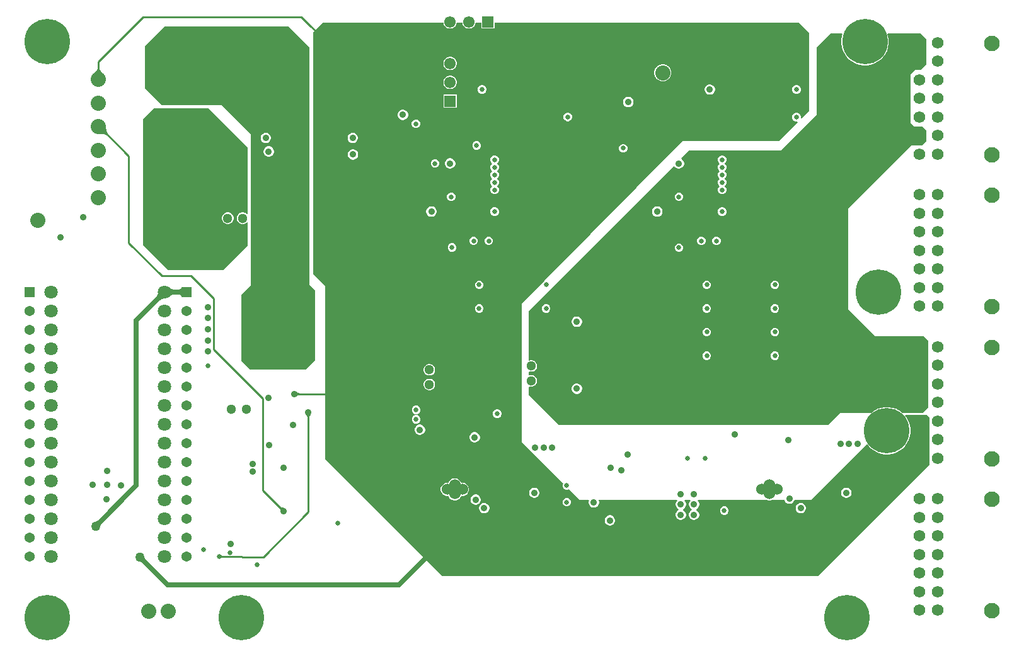
<source format=gbr>
%TF.GenerationSoftware,Altium Limited,Altium Designer,23.5.1 (21)*%
G04 Layer_Physical_Order=4*
G04 Layer_Color=16440176*
%FSLAX45Y45*%
%MOMM*%
%TF.SameCoordinates,1DABE7A7-8C02-4A6D-B465-D2BC1E63CDE6*%
%TF.FilePolarity,Positive*%
%TF.FileFunction,Copper,L4,Inr,Signal*%
%TF.Part,Single*%
G01*
G75*
%TA.AperFunction,Conductor*%
%ADD55C,0.25400*%
%ADD59C,0.63500*%
%TA.AperFunction,ComponentPad*%
%ADD62C,1.55000*%
%ADD63R,1.55000X1.55000*%
%ADD64R,1.55000X1.55000*%
%ADD65C,1.30000*%
%ADD66C,1.80000*%
%ADD68C,6.10000*%
%ADD69C,2.10000*%
%ADD70C,1.56000*%
%ADD71R,1.37000X1.37000*%
%ADD72C,1.37000*%
%ADD73C,9.50000*%
%ADD74C,2.03200*%
%TA.AperFunction,TestPad*%
%ADD75C,2.03200*%
%TA.AperFunction,ViaPad*%
%ADD76C,0.88900*%
%ADD77C,0.63500*%
%ADD78C,1.27000*%
%TA.AperFunction,ComponentPad*%
%ADD99C,1.52400*%
G36*
X17094200Y13639799D02*
Y12598400D01*
X16990858Y12495059D01*
X16981734Y12499725D01*
X16979515Y12501676D01*
Y12523595D01*
X16970815Y12544600D01*
X16954738Y12560676D01*
X16933733Y12569377D01*
X16910997D01*
X16889992Y12560676D01*
X16873915Y12544600D01*
X16865215Y12523595D01*
Y12500859D01*
X16873915Y12479854D01*
X16889992Y12463777D01*
X16910997Y12455077D01*
X16932916D01*
X16934866Y12452858D01*
X16939532Y12443733D01*
X16687801Y12192000D01*
X15391425D01*
X13537209Y10308810D01*
X13526077Y10304200D01*
X13510001Y10288123D01*
X13505035Y10276134D01*
X13233400Y10000254D01*
Y8140700D01*
X13787181Y7586919D01*
X13779001Y7567170D01*
Y7544434D01*
X13787701Y7523429D01*
X13803778Y7507353D01*
X13824783Y7498652D01*
X13847519D01*
X13867267Y7506832D01*
X14008099Y7366000D01*
X14127242D01*
X14130170Y7360928D01*
X14133092Y7353300D01*
X14128751Y7337096D01*
Y7318704D01*
X14133510Y7300939D01*
X14142706Y7285011D01*
X14155711Y7272006D01*
X14171638Y7262810D01*
X14189404Y7258050D01*
X14207796D01*
X14225562Y7262810D01*
X14241489Y7272006D01*
X14254494Y7285011D01*
X14263690Y7300939D01*
X14268449Y7318704D01*
Y7337096D01*
X14264108Y7353300D01*
X14267030Y7360928D01*
X14269958Y7366000D01*
X15313757D01*
X15319017Y7353300D01*
X15311105Y7345389D01*
X15301910Y7329461D01*
X15297150Y7311696D01*
Y7293304D01*
X15301910Y7275539D01*
X15311105Y7259611D01*
X15324110Y7246606D01*
X15336121Y7239673D01*
X15336775Y7237704D01*
Y7227596D01*
X15336121Y7225627D01*
X15324110Y7218694D01*
X15311105Y7205689D01*
X15301910Y7189761D01*
X15297150Y7171996D01*
Y7153604D01*
X15301910Y7135839D01*
X15311105Y7119911D01*
X15324110Y7106906D01*
X15340039Y7097710D01*
X15357803Y7092950D01*
X15376196D01*
X15393961Y7097710D01*
X15409889Y7106906D01*
X15422894Y7119911D01*
X15432091Y7135839D01*
X15436850Y7153604D01*
Y7171996D01*
X15432091Y7189761D01*
X15422894Y7205689D01*
X15409889Y7218694D01*
X15397881Y7225627D01*
X15397224Y7227596D01*
Y7237704D01*
X15397881Y7239673D01*
X15409889Y7246606D01*
X15422894Y7259611D01*
X15432091Y7275539D01*
X15436850Y7293304D01*
Y7311696D01*
X15432091Y7329461D01*
X15422894Y7345389D01*
X15414983Y7353300D01*
X15420242Y7366000D01*
X15491557D01*
X15496817Y7353300D01*
X15488905Y7345389D01*
X15479710Y7329461D01*
X15474950Y7311696D01*
Y7293304D01*
X15479710Y7275539D01*
X15488905Y7259611D01*
X15501910Y7246606D01*
X15513921Y7239673D01*
X15514575Y7237704D01*
Y7227596D01*
X15513921Y7225627D01*
X15501910Y7218694D01*
X15488905Y7205689D01*
X15479710Y7189761D01*
X15474950Y7171996D01*
Y7153604D01*
X15479710Y7135839D01*
X15488905Y7119911D01*
X15501910Y7106906D01*
X15517839Y7097710D01*
X15535603Y7092950D01*
X15553996D01*
X15571761Y7097710D01*
X15587689Y7106906D01*
X15600694Y7119911D01*
X15609891Y7135839D01*
X15614650Y7153604D01*
Y7171996D01*
X15609891Y7189761D01*
X15600694Y7205689D01*
X15587689Y7218694D01*
X15575681Y7225627D01*
X15575024Y7227596D01*
Y7237704D01*
X15575681Y7239673D01*
X15587689Y7246606D01*
X15600694Y7259611D01*
X15609891Y7275539D01*
X15614650Y7293304D01*
Y7311696D01*
X15609891Y7329461D01*
X15600694Y7345389D01*
X15592783Y7353300D01*
X15598042Y7366000D01*
X16521045D01*
X16526486Y7362859D01*
X16549097Y7356800D01*
X16572504D01*
X16595114Y7362859D01*
X16600555Y7366000D01*
X16758589D01*
X16762410Y7351739D01*
X16771606Y7335811D01*
X16784612Y7322806D01*
X16800539Y7313610D01*
X16818304Y7308850D01*
X16836696D01*
X16854462Y7313610D01*
X16870389Y7322806D01*
X16883394Y7335811D01*
X16892590Y7351739D01*
X16896411Y7366000D01*
X17119600D01*
X17863828Y8110228D01*
X17876489Y8109232D01*
X17893272Y8086132D01*
X17928632Y8050772D01*
X17969089Y8021379D01*
X18013644Y7998676D01*
X18061205Y7983223D01*
X18110596Y7975400D01*
X18160603D01*
X18209995Y7983223D01*
X18257555Y7998676D01*
X18302110Y8021379D01*
X18342567Y8050772D01*
X18377928Y8086132D01*
X18407321Y8126589D01*
X18430025Y8171145D01*
X18445477Y8218705D01*
X18453300Y8268096D01*
Y8318104D01*
X18445477Y8367495D01*
X18430025Y8415055D01*
X18407321Y8459611D01*
X18381027Y8495802D01*
X18386620Y8508502D01*
X18618201D01*
X18620702Y8509000D01*
X18669000D01*
X18707100Y8470900D01*
Y7835900D01*
X17208501Y6337300D01*
X12166600D01*
X10591800Y7912100D01*
X10591799Y10235797D01*
X10426700Y10400897D01*
Y13652499D01*
X10553700Y13779500D01*
X12178221D01*
X12184147Y13757384D01*
X12196022Y13736816D01*
X12212816Y13720023D01*
X12233384Y13708147D01*
X12256325Y13702000D01*
X12280075D01*
X12303016Y13708147D01*
X12323584Y13720023D01*
X12340378Y13736816D01*
X12352253Y13757384D01*
X12358179Y13779500D01*
X12432221D01*
X12438147Y13757384D01*
X12450022Y13736816D01*
X12466816Y13720023D01*
X12487384Y13708147D01*
X12510325Y13702000D01*
X12534075D01*
X12557016Y13708147D01*
X12577584Y13720023D01*
X12594378Y13736816D01*
X12606253Y13757384D01*
X12612179Y13779500D01*
X12686000D01*
Y13702000D01*
X12866400D01*
Y13779500D01*
X16954500D01*
X17094200Y13639799D01*
D02*
G37*
G36*
X7557084Y13172621D02*
X7558837Y13165472D01*
X7561758Y13157819D01*
X7565847Y13149657D01*
X7571105Y13140990D01*
X7577531Y13131816D01*
X7585126Y13122136D01*
X7603820Y13101256D01*
X7614920Y13090057D01*
X7472680D01*
X7483780Y13101256D01*
X7510069Y13131816D01*
X7516495Y13140990D01*
X7521753Y13149657D01*
X7525842Y13157819D01*
X7528763Y13165472D01*
X7530516Y13172621D01*
X7531100Y13179263D01*
X7556500D01*
X7557084Y13172621D01*
D02*
G37*
G36*
X7646568Y12374053D02*
X7652682Y12332573D01*
X7655276Y12321333D01*
X7658149Y12311387D01*
X7661300Y12302734D01*
X7664729Y12295375D01*
X7668437Y12289309D01*
X7672423Y12284538D01*
X7656069Y12264971D01*
X7650700Y12269481D01*
X7644252Y12273353D01*
X7636724Y12276589D01*
X7628116Y12279187D01*
X7618428Y12281148D01*
X7607660Y12282471D01*
X7595813Y12283158D01*
X7582886Y12283207D01*
X7553792Y12281393D01*
X7645087Y12390468D01*
X7646568Y12374053D01*
D02*
G37*
G36*
X17535785Y13639799D02*
X17543250Y13629526D01*
X17533623Y13599895D01*
X17525800Y13550504D01*
Y13500496D01*
X17533623Y13451105D01*
X17549075Y13403545D01*
X17571779Y13358989D01*
X17601172Y13318532D01*
X17636533Y13283173D01*
X17676990Y13253780D01*
X17721545Y13231076D01*
X17769106Y13215623D01*
X17818497Y13207800D01*
X17868504D01*
X17917896Y13215623D01*
X17965456Y13231076D01*
X18010011Y13253780D01*
X18050468Y13283173D01*
X18085828Y13318532D01*
X18115221Y13358989D01*
X18137924Y13403545D01*
X18153377Y13451105D01*
X18161200Y13500496D01*
Y13550504D01*
X18153377Y13599895D01*
X18143750Y13629526D01*
X18151215Y13639799D01*
X18592801Y13639799D01*
X18669000Y13563599D01*
Y13220700D01*
X18592799Y13144501D01*
X18516600D01*
X18453101Y13081000D01*
Y12433300D01*
X18503900Y12382500D01*
X18618201D01*
X18669000Y12331700D01*
Y12192000D01*
X18605499Y12128500D01*
X18465800D01*
X17614903Y11277603D01*
X17614899Y9931405D01*
X17983205Y9563100D01*
X18630901D01*
X18694400Y9499600D01*
Y8610600D01*
X18618201Y8534400D01*
X18343596D01*
X18342567Y8535428D01*
X18302110Y8564821D01*
X18257555Y8587524D01*
X18209995Y8602977D01*
X18160603Y8610800D01*
X18110596D01*
X18061205Y8602977D01*
X18013644Y8587524D01*
X17969089Y8564821D01*
X17928632Y8535428D01*
X17927605Y8534400D01*
X17513300D01*
X17348199Y8369300D01*
X13728700D01*
X13322301Y8775699D01*
Y8881086D01*
X13335001Y8889622D01*
X13347771Y8886200D01*
X13368230D01*
X13387991Y8891495D01*
X13405708Y8901724D01*
X13420175Y8916191D01*
X13430405Y8933909D01*
X13435699Y8953670D01*
Y8974129D01*
X13430405Y8993891D01*
X13420175Y9011609D01*
X13405708Y9026075D01*
X13387991Y9036305D01*
X13368230Y9041600D01*
X13347771D01*
X13335001Y9038178D01*
X13322301Y9046713D01*
Y9081086D01*
X13335001Y9089622D01*
X13347771Y9086200D01*
X13368230D01*
X13387991Y9091495D01*
X13405708Y9101724D01*
X13420175Y9116191D01*
X13430405Y9133909D01*
X13435699Y9153671D01*
Y9174129D01*
X13430405Y9193891D01*
X13420175Y9211609D01*
X13405708Y9226075D01*
X13387991Y9236305D01*
X13368230Y9241600D01*
X13347771D01*
X13335001Y9238178D01*
X13322301Y9246714D01*
X13322301Y9906000D01*
X15269145Y11852845D01*
X15281737Y11851187D01*
X15285706Y11844311D01*
X15298711Y11831306D01*
X15314639Y11822110D01*
X15332404Y11817350D01*
X15350797D01*
X15368561Y11822110D01*
X15384489Y11831306D01*
X15397495Y11844311D01*
X15406689Y11860239D01*
X15411450Y11878004D01*
Y11896396D01*
X15406689Y11914161D01*
X15397495Y11930089D01*
X15384489Y11943094D01*
X15377612Y11947064D01*
X15375955Y11959655D01*
X15481300Y12065000D01*
X16713200D01*
X17195799Y12547600D01*
Y13449300D01*
X17386301Y13639799D01*
X17535785D01*
D02*
G37*
G36*
X9550400Y12103101D02*
Y11208745D01*
X9537700Y11203484D01*
X9527609Y11213575D01*
X9509891Y11223805D01*
X9490129Y11229100D01*
X9469671D01*
X9449909Y11223805D01*
X9432191Y11213575D01*
X9417725Y11199109D01*
X9407495Y11181391D01*
X9402200Y11161629D01*
Y11141171D01*
X9407495Y11121409D01*
X9417725Y11103691D01*
X9432191Y11089224D01*
X9449909Y11078995D01*
X9469671Y11073700D01*
X9490129D01*
X9509891Y11078995D01*
X9527609Y11089224D01*
X9537700Y11099316D01*
X9550400Y11094055D01*
Y10782300D01*
X9220200Y10452100D01*
X8483600D01*
X8140700Y10795000D01*
Y12484100D01*
X8286750Y12630150D01*
X9023350D01*
X9550400Y12103101D01*
D02*
G37*
G36*
X8503326Y10217062D02*
X8509832Y10211750D01*
X8516593Y10207062D01*
X8523606Y10203000D01*
X8530873Y10199563D01*
X8538394Y10196750D01*
X8546169Y10194563D01*
X8554197Y10193000D01*
X8562478Y10192062D01*
X8571014Y10191750D01*
Y10128250D01*
X8562478Y10127938D01*
X8554197Y10127000D01*
X8546169Y10125437D01*
X8538394Y10123250D01*
X8530873Y10120437D01*
X8523606Y10117000D01*
X8516593Y10112938D01*
X8509832Y10108250D01*
X8503326Y10102938D01*
X8497073Y10097000D01*
Y10223000D01*
X8503326Y10217062D01*
D02*
G37*
G36*
X8657010Y10096500D02*
X8656372Y10102532D01*
X8654457Y10107930D01*
X8651267Y10112692D01*
X8646801Y10116820D01*
X8641058Y10120312D01*
X8634040Y10123170D01*
X8625745Y10125392D01*
X8616175Y10126980D01*
X8605328Y10127933D01*
X8593205Y10128250D01*
Y10191750D01*
X8605328Y10192068D01*
X8616175Y10193020D01*
X8625745Y10194607D01*
X8634040Y10196830D01*
X8641058Y10199688D01*
X8646801Y10203180D01*
X8651267Y10207308D01*
X8654457Y10212070D01*
X8656372Y10217467D01*
X8657010Y10223500D01*
Y10096500D01*
D02*
G37*
G36*
X8431900Y10070004D02*
X8423280Y10069781D01*
X8414923Y10068937D01*
X8406828Y10067472D01*
X8398996Y10065385D01*
X8391426Y10062677D01*
X8384120Y10059347D01*
X8377075Y10055397D01*
X8370294Y10050825D01*
X8363775Y10045632D01*
X8357519Y10039818D01*
X8312618Y10084719D01*
X8318432Y10090975D01*
X8323625Y10097494D01*
X8328197Y10104275D01*
X8332147Y10111320D01*
X8335477Y10118626D01*
X8338185Y10126196D01*
X8340272Y10134028D01*
X8341737Y10142123D01*
X8342581Y10150480D01*
X8342804Y10159100D01*
X8431900Y10070004D01*
D02*
G37*
G36*
X10375900Y13449300D02*
X10375900Y10261599D01*
X10452100Y10185400D01*
Y9245600D01*
X10325100Y9118600D01*
X9575800D01*
X9461500Y9232900D01*
Y10121900D01*
X9588500Y10248900D01*
Y12280900D01*
X9194800Y12674600D01*
X8394700D01*
X8166100Y12903200D01*
Y13462000D01*
X8432800Y13728700D01*
X10096500D01*
X10375900Y13449300D01*
D02*
G37*
G36*
X10208068Y8816016D02*
X10211721Y8812886D01*
X10215402Y8810123D01*
X10219112Y8807729D01*
X10222850Y8805704D01*
X10226616Y8804046D01*
X10230411Y8802757D01*
X10234235Y8801837D01*
X10238087Y8801284D01*
X10241967Y8801100D01*
Y8775700D01*
X10238087Y8775516D01*
X10234235Y8774963D01*
X10230411Y8774043D01*
X10226616Y8772754D01*
X10222850Y8771096D01*
X10219112Y8769071D01*
X10215402Y8766677D01*
X10211721Y8763914D01*
X10208068Y8760784D01*
X10204444Y8757285D01*
Y8819515D01*
X10208068Y8816016D01*
D02*
G37*
G36*
X10390816Y8505382D02*
X10387686Y8501729D01*
X10384923Y8498048D01*
X10382529Y8494338D01*
X10380504Y8490600D01*
X10378846Y8486834D01*
X10377557Y8483039D01*
X10376637Y8479215D01*
X10376084Y8475363D01*
X10375900Y8471483D01*
X10350500D01*
X10350316Y8475363D01*
X10349763Y8479215D01*
X10348843Y8483039D01*
X10347554Y8486834D01*
X10345896Y8490600D01*
X10343871Y8494338D01*
X10341477Y8498048D01*
X10338714Y8501729D01*
X10335584Y8505382D01*
X10332085Y8509006D01*
X10394315D01*
X10390816Y8505382D01*
D02*
G37*
G36*
X9995875Y7268946D02*
X9998989Y7266613D01*
X10002344Y7264560D01*
X10005939Y7262788D01*
X10009774Y7261297D01*
X10013850Y7260086D01*
X10018166Y7259155D01*
X10022722Y7258506D01*
X10027519Y7258136D01*
X10032555Y7258048D01*
X9988552Y7214044D01*
X9988464Y7219081D01*
X9988094Y7223878D01*
X9987445Y7228434D01*
X9986514Y7232750D01*
X9985303Y7236826D01*
X9983812Y7240661D01*
X9982040Y7244256D01*
X9979987Y7247611D01*
X9977654Y7250725D01*
X9975041Y7253599D01*
X9993001Y7271559D01*
X9995875Y7268946D01*
D02*
G37*
G36*
X7593977Y7053776D02*
X7589237Y7048856D01*
X7581264Y7039447D01*
X7578032Y7034957D01*
X7575303Y7030612D01*
X7573076Y7026409D01*
X7571352Y7022350D01*
X7570131Y7018435D01*
X7569413Y7014663D01*
X7569197Y7011035D01*
X7506335Y7073897D01*
X7509963Y7074113D01*
X7513735Y7074831D01*
X7517650Y7076052D01*
X7521709Y7077776D01*
X7525912Y7080003D01*
X7530257Y7082732D01*
X7534747Y7085964D01*
X7539380Y7089699D01*
X7549076Y7098677D01*
X7593977Y7053776D01*
D02*
G37*
G36*
X9197564Y6619172D02*
X9199255Y6617320D01*
X9201134Y6615687D01*
X9203201Y6614271D01*
X9205457Y6613073D01*
X9207901Y6612093D01*
X9210533Y6611330D01*
X9213353Y6610786D01*
X9216362Y6610459D01*
X9219558Y6610350D01*
X9213850Y6584950D01*
X9210716Y6584877D01*
X9204759Y6584296D01*
X9201935Y6583788D01*
X9199216Y6583135D01*
X9196600Y6582336D01*
X9194087Y6581392D01*
X9191678Y6580303D01*
X9189373Y6579069D01*
X9187171Y6577689D01*
X9196061Y6621241D01*
X9197564Y6619172D01*
D02*
G37*
G36*
X8166313Y6587037D02*
X8167031Y6583265D01*
X8168252Y6579350D01*
X8169976Y6575291D01*
X8172203Y6571088D01*
X8174932Y6566743D01*
X8178164Y6562253D01*
X8181899Y6557620D01*
X8190877Y6547924D01*
X8145976Y6503023D01*
X8141056Y6507763D01*
X8131647Y6515736D01*
X8127157Y6518968D01*
X8122812Y6521697D01*
X8118609Y6523924D01*
X8114550Y6525648D01*
X8110635Y6526869D01*
X8106863Y6527587D01*
X8103235Y6527803D01*
X8166097Y6590665D01*
X8166313Y6587037D01*
D02*
G37*
%LPC*%
G36*
X12280075Y13323599D02*
X12256325D01*
X12233384Y13317453D01*
X12212816Y13305579D01*
X12196022Y13288783D01*
X12184147Y13268216D01*
X12178000Y13245274D01*
Y13221526D01*
X12184147Y13198584D01*
X12196022Y13178017D01*
X12212816Y13161221D01*
X12233384Y13149347D01*
X12256325Y13143201D01*
X12280075D01*
X12303016Y13149347D01*
X12323584Y13161221D01*
X12340378Y13178017D01*
X12352253Y13198584D01*
X12358400Y13221526D01*
Y13245274D01*
X12352253Y13268216D01*
X12340378Y13288783D01*
X12323584Y13305579D01*
X12303016Y13317453D01*
X12280075Y13323599D01*
D02*
G37*
G36*
X15140749Y13220700D02*
X15110652D01*
X15081583Y13212910D01*
X15055518Y13197862D01*
X15034238Y13176582D01*
X15019189Y13150517D01*
X15011400Y13121448D01*
Y13091351D01*
X15019189Y13062282D01*
X15034238Y13036218D01*
X15055518Y13014937D01*
X15081583Y12999889D01*
X15110652Y12992101D01*
X15140749D01*
X15169818Y12999889D01*
X15195882Y13014937D01*
X15217163Y13036218D01*
X15232211Y13062282D01*
X15239999Y13091351D01*
Y13121448D01*
X15232211Y13150517D01*
X15217163Y13176582D01*
X15195882Y13197862D01*
X15169818Y13212910D01*
X15140749Y13220700D01*
D02*
G37*
G36*
X12280075Y13069600D02*
X12256325D01*
X12233384Y13063454D01*
X12212816Y13051578D01*
X12196022Y13034784D01*
X12184147Y13014217D01*
X12178000Y12991275D01*
Y12967525D01*
X12184147Y12944585D01*
X12196022Y12924016D01*
X12212816Y12907222D01*
X12233384Y12895348D01*
X12256325Y12889200D01*
X12280075D01*
X12303016Y12895348D01*
X12323584Y12907222D01*
X12340378Y12924016D01*
X12352253Y12944585D01*
X12358400Y12967525D01*
Y12991275D01*
X12352253Y13014217D01*
X12340378Y13034784D01*
X12323584Y13051578D01*
X12303016Y13063454D01*
X12280075Y13069600D01*
D02*
G37*
G36*
X12710228Y12939462D02*
X12687493D01*
X12666487Y12930763D01*
X12650411Y12914687D01*
X12641710Y12893681D01*
Y12870946D01*
X12650411Y12849940D01*
X12666487Y12833864D01*
X12687493Y12825163D01*
X12710228D01*
X12731233Y12833864D01*
X12747310Y12849940D01*
X12756010Y12870946D01*
Y12893681D01*
X12747310Y12914687D01*
X12731233Y12930763D01*
X12710228Y12939462D01*
D02*
G37*
G36*
X16933733Y12938855D02*
X16910997D01*
X16889992Y12930154D01*
X16873915Y12914078D01*
X16865215Y12893073D01*
Y12870337D01*
X16873915Y12849332D01*
X16889992Y12833257D01*
X16910997Y12824554D01*
X16933733D01*
X16954738Y12833257D01*
X16970815Y12849332D01*
X16979515Y12870337D01*
Y12893073D01*
X16970815Y12914078D01*
X16954738Y12930154D01*
X16933733Y12938855D01*
D02*
G37*
G36*
X15766057Y12951556D02*
X15747665D01*
X15729900Y12946796D01*
X15713972Y12937599D01*
X15700967Y12924594D01*
X15691771Y12908667D01*
X15687012Y12890901D01*
Y12872510D01*
X15691771Y12854744D01*
X15700967Y12838817D01*
X15713972Y12825812D01*
X15729900Y12816615D01*
X15747665Y12811856D01*
X15766057D01*
X15783823Y12816615D01*
X15799750Y12825812D01*
X15812755Y12838817D01*
X15821951Y12854744D01*
X15826711Y12872510D01*
Y12890901D01*
X15821951Y12908667D01*
X15812755Y12924594D01*
X15799750Y12937599D01*
X15783823Y12946796D01*
X15766057Y12951556D01*
D02*
G37*
G36*
X14670215Y12783950D02*
X14651823D01*
X14634058Y12779190D01*
X14618130Y12769994D01*
X14605125Y12756989D01*
X14595929Y12741061D01*
X14591170Y12723296D01*
Y12704904D01*
X14595929Y12687139D01*
X14605125Y12671211D01*
X14618130Y12658206D01*
X14634058Y12649010D01*
X14651823Y12644250D01*
X14670215D01*
X14687981Y12649010D01*
X14703908Y12658206D01*
X14716913Y12671211D01*
X14726109Y12687139D01*
X14730869Y12704904D01*
Y12723296D01*
X14726109Y12741061D01*
X14716913Y12756989D01*
X14703908Y12769994D01*
X14687981Y12779190D01*
X14670215Y12783950D01*
D02*
G37*
G36*
X12358400Y12815601D02*
X12178000D01*
Y12635200D01*
X12358400D01*
Y12815601D01*
D02*
G37*
G36*
X11642396Y12611100D02*
X11624004D01*
X11606239Y12606340D01*
X11590311Y12597144D01*
X11577306Y12584139D01*
X11568110Y12568211D01*
X11563350Y12550446D01*
Y12532054D01*
X11568110Y12514289D01*
X11577306Y12498361D01*
X11590311Y12485356D01*
X11606239Y12476160D01*
X11624004Y12471400D01*
X11642396D01*
X11660161Y12476160D01*
X11676089Y12485356D01*
X11689094Y12498361D01*
X11698290Y12514289D01*
X11703050Y12532054D01*
Y12550446D01*
X11698290Y12568211D01*
X11689094Y12584139D01*
X11676089Y12597144D01*
X11660161Y12606340D01*
X11642396Y12611100D01*
D02*
G37*
G36*
X13859857Y12570027D02*
X13837122D01*
X13816116Y12561327D01*
X13800040Y12545250D01*
X13791341Y12524245D01*
Y12501509D01*
X13800040Y12480504D01*
X13816116Y12464428D01*
X13837122Y12455727D01*
X13859857D01*
X13880862Y12464428D01*
X13896939Y12480504D01*
X13905640Y12501509D01*
Y12524245D01*
X13896939Y12545250D01*
X13880862Y12561327D01*
X13859857Y12570027D01*
D02*
G37*
G36*
X11821765Y12477750D02*
X11799030D01*
X11778025Y12469049D01*
X11761948Y12452973D01*
X11753248Y12431968D01*
Y12409232D01*
X11761948Y12388227D01*
X11778025Y12372151D01*
X11799030Y12363450D01*
X11821765D01*
X11842770Y12372151D01*
X11858847Y12388227D01*
X11867548Y12409232D01*
Y12431968D01*
X11858847Y12452973D01*
X11842770Y12469049D01*
X11821765Y12477750D01*
D02*
G37*
G36*
X10969296Y12299950D02*
X10950904D01*
X10933139Y12295190D01*
X10917211Y12285994D01*
X10904206Y12272989D01*
X10895010Y12257061D01*
X10890250Y12239296D01*
Y12220904D01*
X10895010Y12203139D01*
X10904206Y12187211D01*
X10917211Y12174206D01*
X10933139Y12165010D01*
X10950904Y12160250D01*
X10969296D01*
X10987061Y12165010D01*
X11002989Y12174206D01*
X11015994Y12187211D01*
X11025190Y12203139D01*
X11029950Y12220904D01*
Y12239296D01*
X11025190Y12257061D01*
X11015994Y12272989D01*
X11002989Y12285994D01*
X10987061Y12295190D01*
X10969296Y12299950D01*
D02*
G37*
G36*
X12635168Y12185650D02*
X12612432D01*
X12591427Y12176949D01*
X12575351Y12160873D01*
X12566650Y12139868D01*
Y12117132D01*
X12575351Y12096127D01*
X12591427Y12080051D01*
X12612432Y12071350D01*
X12635168D01*
X12656173Y12080051D01*
X12672249Y12096127D01*
X12680950Y12117132D01*
Y12139868D01*
X12672249Y12160873D01*
X12656173Y12176949D01*
X12635168Y12185650D01*
D02*
G37*
G36*
X14605669Y12149550D02*
X14582932D01*
X14561926Y12140849D01*
X14545851Y12124773D01*
X14537151Y12103768D01*
Y12081032D01*
X14545851Y12060027D01*
X14561926Y12043951D01*
X14582932Y12035250D01*
X14605669D01*
X14626672Y12043951D01*
X14642749Y12060027D01*
X14651450Y12081032D01*
Y12103768D01*
X14642749Y12124773D01*
X14626672Y12140849D01*
X14605669Y12149550D01*
D02*
G37*
G36*
X10972397Y12077700D02*
X10954006D01*
X10936240Y12072940D01*
X10920312Y12063744D01*
X10907307Y12050739D01*
X10898112Y12034811D01*
X10893351Y12017046D01*
Y11998654D01*
X10898112Y11980889D01*
X10907307Y11964961D01*
X10920312Y11951956D01*
X10936240Y11942760D01*
X10954006Y11938000D01*
X10972397D01*
X10990162Y11942760D01*
X11006090Y11951956D01*
X11019095Y11964961D01*
X11028291Y11980889D01*
X11033051Y11998654D01*
Y12017046D01*
X11028291Y12034811D01*
X11019095Y12050739D01*
X11006090Y12063744D01*
X10990162Y12072940D01*
X10972397Y12077700D01*
D02*
G37*
G36*
X12076368Y11944350D02*
X12053632D01*
X12032627Y11935649D01*
X12016551Y11919573D01*
X12007850Y11898568D01*
Y11875832D01*
X12016551Y11854827D01*
X12032627Y11838751D01*
X12053632Y11830050D01*
X12076368D01*
X12097373Y11838751D01*
X12113449Y11854827D01*
X12122150Y11875832D01*
Y11898568D01*
X12113449Y11919573D01*
X12097373Y11935649D01*
X12076368Y11944350D01*
D02*
G37*
G36*
X12277396Y11957050D02*
X12259004D01*
X12241239Y11952290D01*
X12225311Y11943094D01*
X12212306Y11930089D01*
X12203110Y11914161D01*
X12198350Y11896396D01*
Y11878004D01*
X12203110Y11860239D01*
X12212306Y11844311D01*
X12225311Y11831306D01*
X12241239Y11822110D01*
X12259004Y11817350D01*
X12277396D01*
X12295161Y11822110D01*
X12311089Y11831306D01*
X12324094Y11844311D01*
X12333290Y11860239D01*
X12338050Y11878004D01*
Y11896396D01*
X12333290Y11914161D01*
X12324094Y11930089D01*
X12311089Y11943094D01*
X12295161Y11952290D01*
X12277396Y11957050D01*
D02*
G37*
G36*
X12876468Y11995150D02*
X12853732D01*
X12832727Y11986449D01*
X12816650Y11970373D01*
X12807950Y11949368D01*
Y11926632D01*
X12816650Y11905627D01*
X12826781Y11895497D01*
X12831413Y11887200D01*
X12826781Y11878903D01*
X12816650Y11868773D01*
X12807950Y11847768D01*
Y11825032D01*
X12816650Y11804027D01*
X12826781Y11793897D01*
X12831413Y11785600D01*
X12826781Y11777303D01*
X12816650Y11767173D01*
X12807950Y11746168D01*
Y11723432D01*
X12816650Y11702427D01*
X12826781Y11692297D01*
X12831413Y11684000D01*
X12826781Y11675703D01*
X12816650Y11665573D01*
X12807950Y11644568D01*
Y11621832D01*
X12816650Y11600827D01*
X12826781Y11590697D01*
X12831413Y11582400D01*
X12826781Y11574103D01*
X12816650Y11563973D01*
X12807950Y11542968D01*
Y11520232D01*
X12816650Y11499227D01*
X12832727Y11483151D01*
X12853732Y11474450D01*
X12876468D01*
X12897473Y11483151D01*
X12913548Y11499227D01*
X12922250Y11520232D01*
Y11542968D01*
X12913548Y11563973D01*
X12903419Y11574103D01*
X12898785Y11582400D01*
X12903419Y11590697D01*
X12913548Y11600827D01*
X12922250Y11621832D01*
Y11644568D01*
X12913548Y11665573D01*
X12903419Y11675703D01*
X12898785Y11684000D01*
X12903419Y11692297D01*
X12913548Y11702427D01*
X12922250Y11723432D01*
Y11746168D01*
X12913548Y11767173D01*
X12903419Y11777303D01*
X12898785Y11785600D01*
X12903419Y11793897D01*
X12913548Y11804027D01*
X12922250Y11825032D01*
Y11847768D01*
X12913548Y11868773D01*
X12903419Y11878903D01*
X12898785Y11887200D01*
X12903419Y11895497D01*
X12913548Y11905627D01*
X12922250Y11926632D01*
Y11949368D01*
X12913548Y11970373D01*
X12897473Y11986449D01*
X12876468Y11995150D01*
D02*
G37*
G36*
X12295735Y11496543D02*
X12272999D01*
X12251994Y11487843D01*
X12235917Y11471766D01*
X12227217Y11450761D01*
Y11428025D01*
X12235917Y11407020D01*
X12251994Y11390944D01*
X12272999Y11382243D01*
X12295735D01*
X12316740Y11390944D01*
X12332816Y11407020D01*
X12341517Y11428025D01*
Y11450761D01*
X12332816Y11471766D01*
X12316740Y11487843D01*
X12295735Y11496543D01*
D02*
G37*
G36*
X12876468Y11296650D02*
X12853732D01*
X12832727Y11287949D01*
X12816650Y11271873D01*
X12807950Y11250868D01*
Y11228132D01*
X12816650Y11207127D01*
X12832727Y11191051D01*
X12853732Y11182350D01*
X12876468D01*
X12897473Y11191051D01*
X12913548Y11207127D01*
X12922250Y11228132D01*
Y11250868D01*
X12913548Y11271873D01*
X12897473Y11287949D01*
X12876468Y11296650D01*
D02*
G37*
G36*
X12026196Y11310388D02*
X12007804D01*
X11990039Y11305628D01*
X11974111Y11296432D01*
X11961106Y11283427D01*
X11951910Y11267499D01*
X11947150Y11249734D01*
Y11231343D01*
X11951910Y11213577D01*
X11961106Y11197649D01*
X11974111Y11184644D01*
X11990039Y11175449D01*
X12007804Y11170688D01*
X12026196D01*
X12043961Y11175449D01*
X12059889Y11184644D01*
X12072894Y11197649D01*
X12082090Y11213577D01*
X12086850Y11231343D01*
Y11249734D01*
X12082090Y11267499D01*
X12072894Y11283427D01*
X12059889Y11296432D01*
X12043961Y11305628D01*
X12026196Y11310388D01*
D02*
G37*
G36*
X12799168Y10903450D02*
X12776432D01*
X12755427Y10894750D01*
X12739350Y10878673D01*
X12730650Y10857668D01*
Y10834932D01*
X12739350Y10813927D01*
X12755427Y10797851D01*
X12776432Y10789150D01*
X12799168D01*
X12820174Y10797851D01*
X12836249Y10813927D01*
X12844949Y10834932D01*
Y10857668D01*
X12836249Y10878673D01*
X12820174Y10894750D01*
X12799168Y10903450D01*
D02*
G37*
G36*
X12595968D02*
X12573232D01*
X12552227Y10894750D01*
X12536150Y10878673D01*
X12527450Y10857668D01*
Y10834932D01*
X12536150Y10813927D01*
X12552227Y10797851D01*
X12573232Y10789150D01*
X12595968D01*
X12616973Y10797851D01*
X12633049Y10813927D01*
X12641750Y10834932D01*
Y10857668D01*
X12633049Y10878673D01*
X12616973Y10894750D01*
X12595968Y10903450D01*
D02*
G37*
G36*
X12304968Y10814050D02*
X12282232D01*
X12261227Y10805349D01*
X12245151Y10789273D01*
X12236450Y10768268D01*
Y10745532D01*
X12245151Y10724527D01*
X12261227Y10708451D01*
X12282232Y10699750D01*
X12304968D01*
X12325973Y10708451D01*
X12342049Y10724527D01*
X12350750Y10745532D01*
Y10768268D01*
X12342049Y10789273D01*
X12325973Y10805349D01*
X12304968Y10814050D01*
D02*
G37*
G36*
X12670268Y10312900D02*
X12647532D01*
X12626527Y10304200D01*
X12610450Y10288123D01*
X12601750Y10267118D01*
Y10244382D01*
X12610450Y10223377D01*
X12626527Y10207301D01*
X12647532Y10198600D01*
X12670268D01*
X12691273Y10207301D01*
X12707349Y10223377D01*
X12716050Y10244382D01*
Y10267118D01*
X12707349Y10288123D01*
X12691273Y10304200D01*
X12670268Y10312900D01*
D02*
G37*
G36*
Y9995400D02*
X12647532D01*
X12626527Y9986700D01*
X12610450Y9970623D01*
X12601750Y9949618D01*
Y9926882D01*
X12610450Y9905877D01*
X12626527Y9889801D01*
X12647532Y9881100D01*
X12670268D01*
X12691273Y9889801D01*
X12707349Y9905877D01*
X12716050Y9926882D01*
Y9949618D01*
X12707349Y9970623D01*
X12691273Y9986700D01*
X12670268Y9995400D01*
D02*
G37*
G36*
X11998229Y9191600D02*
X11977771D01*
X11958009Y9186304D01*
X11940291Y9176075D01*
X11925825Y9161609D01*
X11915595Y9143891D01*
X11910300Y9124129D01*
Y9103670D01*
X11915595Y9083909D01*
X11925825Y9066191D01*
X11940291Y9051724D01*
X11958009Y9041495D01*
X11977771Y9036200D01*
X11998229D01*
X12017991Y9041495D01*
X12035709Y9051724D01*
X12050176Y9066191D01*
X12060405Y9083909D01*
X12065700Y9103670D01*
Y9124129D01*
X12060405Y9143891D01*
X12050176Y9161609D01*
X12035709Y9176075D01*
X12017991Y9186304D01*
X11998229Y9191600D01*
D02*
G37*
G36*
Y8991600D02*
X11977771D01*
X11958009Y8986305D01*
X11940291Y8976075D01*
X11925825Y8961609D01*
X11915595Y8943891D01*
X11910300Y8924129D01*
Y8903671D01*
X11915595Y8883909D01*
X11925825Y8866191D01*
X11940291Y8851724D01*
X11958009Y8841495D01*
X11977771Y8836200D01*
X11998229D01*
X12017991Y8841495D01*
X12035709Y8851724D01*
X12050176Y8866191D01*
X12060405Y8883909D01*
X12065700Y8903671D01*
Y8924129D01*
X12060405Y8943891D01*
X12050176Y8961609D01*
X12035709Y8976075D01*
X12017991Y8986305D01*
X11998229Y8991600D01*
D02*
G37*
G36*
X11822368Y8629650D02*
X11799632D01*
X11778627Y8620949D01*
X11762551Y8604873D01*
X11753850Y8583868D01*
Y8561132D01*
X11762551Y8540127D01*
X11778627Y8524051D01*
X11799632Y8515350D01*
X11822368D01*
X11843373Y8524051D01*
X11859449Y8540127D01*
X11868150Y8561132D01*
Y8583868D01*
X11859449Y8604873D01*
X11843373Y8620949D01*
X11822368Y8629650D01*
D02*
G37*
G36*
X12913045Y8580107D02*
X12890309D01*
X12869304Y8571406D01*
X12853229Y8555330D01*
X12844527Y8534325D01*
Y8511589D01*
X12853229Y8490584D01*
X12869304Y8474507D01*
X12890309Y8465807D01*
X12913045D01*
X12934050Y8474507D01*
X12950127Y8490584D01*
X12958827Y8511589D01*
Y8534325D01*
X12950127Y8555330D01*
X12934050Y8571406D01*
X12913045Y8580107D01*
D02*
G37*
G36*
X11822368Y8502650D02*
X11799632D01*
X11778627Y8493949D01*
X11762551Y8477873D01*
X11753850Y8456868D01*
Y8434132D01*
X11762551Y8413127D01*
X11778627Y8397051D01*
X11799632Y8388350D01*
X11822368D01*
X11843373Y8397051D01*
X11859449Y8413127D01*
X11868150Y8434132D01*
Y8456868D01*
X11859449Y8477873D01*
X11843373Y8493949D01*
X11822368Y8502650D01*
D02*
G37*
G36*
X11870996Y8375650D02*
X11852604D01*
X11834839Y8370890D01*
X11818911Y8361694D01*
X11805906Y8348689D01*
X11796710Y8332761D01*
X11791950Y8314996D01*
Y8296604D01*
X11796710Y8278839D01*
X11805906Y8262911D01*
X11818911Y8249906D01*
X11834839Y8240710D01*
X11852604Y8235950D01*
X11870996D01*
X11888761Y8240710D01*
X11904689Y8249906D01*
X11917694Y8262911D01*
X11926890Y8278839D01*
X11931650Y8296604D01*
Y8314996D01*
X11926890Y8332761D01*
X11917694Y8348689D01*
X11904689Y8361694D01*
X11888761Y8370890D01*
X11870996Y8375650D01*
D02*
G37*
G36*
X12607596Y8274050D02*
X12589204D01*
X12571439Y8269290D01*
X12555511Y8260094D01*
X12542506Y8247089D01*
X12533310Y8231161D01*
X12528550Y8213396D01*
Y8195004D01*
X12533310Y8177239D01*
X12542506Y8161311D01*
X12555511Y8148306D01*
X12571439Y8139110D01*
X12589204Y8134350D01*
X12607596D01*
X12625361Y8139110D01*
X12641289Y8148306D01*
X12654294Y8161311D01*
X12663490Y8177239D01*
X12668250Y8195004D01*
Y8213396D01*
X12663490Y8231161D01*
X12654294Y8247089D01*
X12641289Y8260094D01*
X12625361Y8269290D01*
X12607596Y8274050D01*
D02*
G37*
G36*
X12343404Y7654600D02*
X12319996D01*
X12297386Y7648541D01*
X12277114Y7636838D01*
X12260562Y7620286D01*
X12248858Y7600014D01*
X12247140Y7593599D01*
X12243404Y7594600D01*
X12219996D01*
X12197386Y7588542D01*
X12177114Y7576838D01*
X12160562Y7560286D01*
X12148858Y7540014D01*
X12142800Y7517404D01*
Y7493996D01*
X12148858Y7471386D01*
X12160562Y7451114D01*
X12177114Y7434562D01*
X12197386Y7422858D01*
X12219996Y7416800D01*
X12243404D01*
X12247140Y7417801D01*
X12248858Y7411386D01*
X12260562Y7391114D01*
X12277114Y7374562D01*
X12297386Y7362859D01*
X12319996Y7356800D01*
X12343404D01*
X12366014Y7362859D01*
X12386286Y7374562D01*
X12402838Y7391114D01*
X12414542Y7411386D01*
X12416260Y7417801D01*
X12419996Y7416800D01*
X12443404D01*
X12466014Y7422858D01*
X12486286Y7434562D01*
X12502838Y7451114D01*
X12514542Y7471386D01*
X12520600Y7493996D01*
Y7517404D01*
X12514542Y7540014D01*
X12502838Y7560286D01*
X12486286Y7576838D01*
X12466014Y7588542D01*
X12443404Y7594600D01*
X12419996D01*
X12416260Y7593599D01*
X12414542Y7600014D01*
X12402838Y7620286D01*
X12386286Y7636838D01*
X12366014Y7648541D01*
X12343404Y7654600D01*
D02*
G37*
G36*
X17600021Y7527765D02*
X17581631D01*
X17563866Y7523005D01*
X17547937Y7513809D01*
X17534932Y7500804D01*
X17525737Y7484876D01*
X17520976Y7467111D01*
Y7448719D01*
X17525737Y7430954D01*
X17534932Y7415026D01*
X17547937Y7402021D01*
X17563866Y7392825D01*
X17581631Y7388065D01*
X17600021D01*
X17617787Y7392825D01*
X17633714Y7402021D01*
X17646719Y7415026D01*
X17655916Y7430954D01*
X17660677Y7448719D01*
Y7467111D01*
X17655916Y7484876D01*
X17646719Y7500804D01*
X17633714Y7513809D01*
X17617787Y7523005D01*
X17600021Y7527765D01*
D02*
G37*
G36*
X13407697D02*
X13389304D01*
X13371539Y7523005D01*
X13355611Y7513809D01*
X13342606Y7500804D01*
X13333411Y7484876D01*
X13328650Y7467111D01*
Y7448719D01*
X13333411Y7430954D01*
X13342606Y7415026D01*
X13355611Y7402021D01*
X13371539Y7392825D01*
X13389304Y7388065D01*
X13407697D01*
X13425461Y7392825D01*
X13441389Y7402021D01*
X13454395Y7415026D01*
X13463589Y7430954D01*
X13468350Y7448719D01*
Y7467111D01*
X13463589Y7484876D01*
X13454395Y7500804D01*
X13441389Y7513809D01*
X13425461Y7523005D01*
X13407697Y7527765D01*
D02*
G37*
G36*
X12620296Y7435850D02*
X12601904D01*
X12584139Y7431090D01*
X12568211Y7421894D01*
X12555206Y7408889D01*
X12546010Y7392961D01*
X12541250Y7375196D01*
Y7356804D01*
X12546010Y7339039D01*
X12555206Y7323111D01*
X12568211Y7310106D01*
X12584139Y7300910D01*
X12601904Y7296150D01*
X12620296D01*
X12638061Y7300910D01*
X12653989Y7310106D01*
X12666994Y7323111D01*
X12676190Y7339039D01*
X12680950Y7356804D01*
Y7375196D01*
X12676190Y7392961D01*
X12666994Y7408889D01*
X12653989Y7421894D01*
X12638061Y7431090D01*
X12620296Y7435850D01*
D02*
G37*
G36*
X13847519Y7388818D02*
X13824783D01*
X13803778Y7380117D01*
X13787701Y7364040D01*
X13779001Y7343035D01*
Y7320300D01*
X13787701Y7299295D01*
X13803778Y7283218D01*
X13824783Y7274518D01*
X13847519D01*
X13868524Y7283218D01*
X13884599Y7299295D01*
X13893301Y7320300D01*
Y7343035D01*
X13884599Y7364040D01*
X13868524Y7380117D01*
X13847519Y7388818D01*
D02*
G37*
G36*
X16989096Y7321550D02*
X16970705D01*
X16952939Y7316790D01*
X16937012Y7307594D01*
X16924007Y7294589D01*
X16914810Y7278661D01*
X16910049Y7260896D01*
Y7242504D01*
X16914810Y7224739D01*
X16924007Y7208811D01*
X16937012Y7195806D01*
X16952939Y7186610D01*
X16970705Y7181850D01*
X16989096D01*
X17006860Y7186610D01*
X17022789Y7195806D01*
X17035794Y7208811D01*
X17044991Y7224739D01*
X17049750Y7242504D01*
Y7260896D01*
X17044991Y7278661D01*
X17035794Y7294589D01*
X17022789Y7307594D01*
X17006860Y7316790D01*
X16989096Y7321550D01*
D02*
G37*
G36*
X12734596D02*
X12716204D01*
X12698439Y7316790D01*
X12682511Y7307594D01*
X12669506Y7294589D01*
X12660310Y7278661D01*
X12655550Y7260896D01*
Y7242504D01*
X12660310Y7224739D01*
X12669506Y7208811D01*
X12682511Y7195806D01*
X12698439Y7186610D01*
X12716204Y7181850D01*
X12734596D01*
X12752361Y7186610D01*
X12768289Y7195806D01*
X12781294Y7208811D01*
X12790490Y7224739D01*
X12795250Y7242504D01*
Y7260896D01*
X12790490Y7278661D01*
X12781294Y7294589D01*
X12768289Y7307594D01*
X12752361Y7316790D01*
X12734596Y7321550D01*
D02*
G37*
G36*
X15964047Y7277139D02*
X15941312D01*
X15920306Y7268438D01*
X15904231Y7252361D01*
X15895531Y7231356D01*
Y7208621D01*
X15904231Y7187616D01*
X15920306Y7171539D01*
X15941312Y7162839D01*
X15964047D01*
X15985052Y7171539D01*
X16001131Y7187616D01*
X16009830Y7208621D01*
Y7231356D01*
X16001131Y7252361D01*
X15985052Y7268438D01*
X15964047Y7277139D01*
D02*
G37*
G36*
X14423695Y7156450D02*
X14405304D01*
X14387540Y7151690D01*
X14371611Y7142494D01*
X14358606Y7129489D01*
X14349409Y7113561D01*
X14344650Y7095796D01*
Y7077404D01*
X14349409Y7059639D01*
X14358606Y7043711D01*
X14371611Y7030706D01*
X14387540Y7021510D01*
X14405304Y7016750D01*
X14423695D01*
X14441461Y7021510D01*
X14457388Y7030706D01*
X14470393Y7043711D01*
X14479590Y7059639D01*
X14484351Y7077404D01*
Y7095796D01*
X14479590Y7113561D01*
X14470393Y7129489D01*
X14457388Y7142494D01*
X14441461Y7151690D01*
X14423695Y7156450D01*
D02*
G37*
G36*
X15934468Y11995150D02*
X15911732D01*
X15890727Y11986449D01*
X15874651Y11970373D01*
X15865950Y11949368D01*
Y11926632D01*
X15874651Y11905627D01*
X15884781Y11895497D01*
X15889413Y11887200D01*
X15884781Y11878903D01*
X15874651Y11868773D01*
X15865950Y11847768D01*
Y11825032D01*
X15874651Y11804027D01*
X15884781Y11793897D01*
X15889413Y11785600D01*
X15884781Y11777303D01*
X15874651Y11767173D01*
X15865950Y11746168D01*
Y11723432D01*
X15874651Y11702427D01*
X15884781Y11692297D01*
X15889413Y11684000D01*
X15884781Y11675703D01*
X15874651Y11665573D01*
X15865950Y11644568D01*
Y11621832D01*
X15874651Y11600827D01*
X15884781Y11590697D01*
X15889413Y11582400D01*
X15884781Y11574103D01*
X15874651Y11563973D01*
X15865950Y11542968D01*
Y11520232D01*
X15874651Y11499227D01*
X15890727Y11483151D01*
X15911732Y11474450D01*
X15934468D01*
X15955473Y11483151D01*
X15971548Y11499227D01*
X15980251Y11520232D01*
Y11542968D01*
X15971548Y11563973D01*
X15961420Y11574103D01*
X15956786Y11582400D01*
X15961420Y11590697D01*
X15971548Y11600827D01*
X15980251Y11621832D01*
Y11644568D01*
X15971548Y11665573D01*
X15961420Y11675703D01*
X15956786Y11684000D01*
X15961420Y11692297D01*
X15971548Y11702427D01*
X15980251Y11723432D01*
Y11746168D01*
X15971548Y11767173D01*
X15961420Y11777303D01*
X15956786Y11785600D01*
X15961420Y11793897D01*
X15971548Y11804027D01*
X15980251Y11825032D01*
Y11847768D01*
X15971548Y11868773D01*
X15961420Y11878903D01*
X15956786Y11887200D01*
X15961420Y11895497D01*
X15971548Y11905627D01*
X15980251Y11926632D01*
Y11949368D01*
X15971548Y11970373D01*
X15955473Y11986449D01*
X15934468Y11995150D01*
D02*
G37*
G36*
X15353735Y11496543D02*
X15331000D01*
X15309995Y11487843D01*
X15293916Y11471766D01*
X15285217Y11450761D01*
Y11428025D01*
X15293916Y11407020D01*
X15309995Y11390944D01*
X15331000Y11382243D01*
X15353735D01*
X15374741Y11390944D01*
X15390816Y11407020D01*
X15399516Y11428025D01*
Y11450761D01*
X15390816Y11471766D01*
X15374741Y11487843D01*
X15353735Y11496543D01*
D02*
G37*
G36*
X15934468Y11296650D02*
X15911732D01*
X15890727Y11287949D01*
X15874651Y11271873D01*
X15865950Y11250868D01*
Y11228132D01*
X15874651Y11207127D01*
X15890727Y11191051D01*
X15911732Y11182350D01*
X15934468D01*
X15955473Y11191051D01*
X15971548Y11207127D01*
X15980251Y11228132D01*
Y11250868D01*
X15971548Y11271873D01*
X15955473Y11287949D01*
X15934468Y11296650D01*
D02*
G37*
G36*
X15060870Y11310388D02*
X15042479D01*
X15024713Y11305628D01*
X15008786Y11296432D01*
X14995781Y11283427D01*
X14986584Y11267499D01*
X14981824Y11249734D01*
Y11231343D01*
X14986584Y11213577D01*
X14995781Y11197649D01*
X15008786Y11184644D01*
X15024713Y11175449D01*
X15042479Y11170688D01*
X15060870D01*
X15078636Y11175449D01*
X15094563Y11184644D01*
X15107568Y11197649D01*
X15116763Y11213577D01*
X15121524Y11231343D01*
Y11249734D01*
X15116763Y11267499D01*
X15107568Y11283427D01*
X15094563Y11296432D01*
X15078636Y11305628D01*
X15060870Y11310388D01*
D02*
G37*
G36*
X15857169Y10903450D02*
X15834431D01*
X15813428Y10894750D01*
X15797350Y10878673D01*
X15788651Y10857668D01*
Y10834932D01*
X15797350Y10813927D01*
X15813428Y10797851D01*
X15834431Y10789150D01*
X15857169D01*
X15878172Y10797851D01*
X15894249Y10813927D01*
X15902950Y10834932D01*
Y10857668D01*
X15894249Y10878673D01*
X15878172Y10894750D01*
X15857169Y10903450D01*
D02*
G37*
G36*
X15653967D02*
X15631232D01*
X15610226Y10894750D01*
X15594150Y10878673D01*
X15585451Y10857668D01*
Y10834932D01*
X15594150Y10813927D01*
X15610226Y10797851D01*
X15631232Y10789150D01*
X15653967D01*
X15674973Y10797851D01*
X15691049Y10813927D01*
X15699750Y10834932D01*
Y10857668D01*
X15691049Y10878673D01*
X15674973Y10894750D01*
X15653967Y10903450D01*
D02*
G37*
G36*
X15354567Y10811826D02*
X15331831D01*
X15310828Y10803125D01*
X15294749Y10787049D01*
X15286050Y10766044D01*
Y10743308D01*
X15294749Y10722303D01*
X15310828Y10706226D01*
X15331831Y10697526D01*
X15354567D01*
X15375574Y10706226D01*
X15391649Y10722303D01*
X15400349Y10743308D01*
Y10766044D01*
X15391649Y10787049D01*
X15375574Y10803125D01*
X15354567Y10811826D01*
D02*
G37*
G36*
X16643694Y10312900D02*
X16620958D01*
X16599953Y10304200D01*
X16583876Y10288123D01*
X16575175Y10267118D01*
Y10244382D01*
X16583876Y10223377D01*
X16599953Y10207301D01*
X16620958Y10198600D01*
X16643694D01*
X16664697Y10207301D01*
X16680775Y10223377D01*
X16689476Y10244382D01*
Y10267118D01*
X16680775Y10288123D01*
X16664697Y10304200D01*
X16643694Y10312900D01*
D02*
G37*
G36*
X15728268D02*
X15705533D01*
X15684528Y10304200D01*
X15668451Y10288123D01*
X15659750Y10267118D01*
Y10244382D01*
X15668451Y10223377D01*
X15684528Y10207301D01*
X15705533Y10198600D01*
X15728268D01*
X15749274Y10207301D01*
X15765350Y10223377D01*
X15774049Y10244382D01*
Y10267118D01*
X15765350Y10288123D01*
X15749274Y10304200D01*
X15728268Y10312900D01*
D02*
G37*
G36*
X16643694Y9995400D02*
X16620958D01*
X16599953Y9986700D01*
X16583876Y9970623D01*
X16575175Y9949618D01*
Y9926882D01*
X16583876Y9905877D01*
X16599953Y9889801D01*
X16620958Y9881100D01*
X16643694D01*
X16664697Y9889801D01*
X16680775Y9905877D01*
X16689476Y9926882D01*
Y9949618D01*
X16680775Y9970623D01*
X16664697Y9986700D01*
X16643694Y9995400D01*
D02*
G37*
G36*
X15728268D02*
X15705533D01*
X15684528Y9986700D01*
X15668451Y9970623D01*
X15659750Y9949618D01*
Y9926882D01*
X15668451Y9905877D01*
X15684528Y9889801D01*
X15705533Y9881100D01*
X15728268D01*
X15749274Y9889801D01*
X15765350Y9905877D01*
X15774049Y9926882D01*
Y9949618D01*
X15765350Y9970623D01*
X15749274Y9986700D01*
X15728268Y9995400D01*
D02*
G37*
G36*
X13569818D02*
X13547083D01*
X13526077Y9986700D01*
X13510001Y9970623D01*
X13501302Y9949618D01*
Y9926882D01*
X13510001Y9905877D01*
X13526077Y9889801D01*
X13547083Y9881100D01*
X13569818D01*
X13590823Y9889801D01*
X13606900Y9905877D01*
X13615601Y9926882D01*
Y9949618D01*
X13606900Y9970623D01*
X13590823Y9986700D01*
X13569818Y9995400D01*
D02*
G37*
G36*
X13979967Y9828461D02*
X13961574D01*
X13943810Y9823700D01*
X13927881Y9814505D01*
X13914876Y9801500D01*
X13905679Y9785572D01*
X13900920Y9767806D01*
Y9749415D01*
X13905679Y9731650D01*
X13914876Y9715722D01*
X13927881Y9702717D01*
X13943810Y9693521D01*
X13961574Y9688761D01*
X13979967D01*
X13997731Y9693521D01*
X14013660Y9702717D01*
X14026665Y9715722D01*
X14035860Y9731650D01*
X14040620Y9749415D01*
Y9767806D01*
X14035860Y9785572D01*
X14026665Y9801500D01*
X14013660Y9814505D01*
X13997731Y9823700D01*
X13979967Y9828461D01*
D02*
G37*
G36*
X16643694Y9677900D02*
X16620958D01*
X16599953Y9669200D01*
X16583876Y9653123D01*
X16575175Y9632118D01*
Y9609382D01*
X16583876Y9588377D01*
X16599953Y9572301D01*
X16620958Y9563600D01*
X16643694D01*
X16664697Y9572301D01*
X16680775Y9588377D01*
X16689476Y9609382D01*
Y9632118D01*
X16680775Y9653123D01*
X16664697Y9669200D01*
X16643694Y9677900D01*
D02*
G37*
G36*
X15728268D02*
X15705533D01*
X15684528Y9669200D01*
X15668451Y9653123D01*
X15659750Y9632118D01*
Y9609382D01*
X15668451Y9588377D01*
X15684528Y9572301D01*
X15705533Y9563600D01*
X15728268D01*
X15749274Y9572301D01*
X15765350Y9588377D01*
X15774049Y9609382D01*
Y9632118D01*
X15765350Y9653123D01*
X15749274Y9669200D01*
X15728268Y9677900D01*
D02*
G37*
G36*
X16643694Y9360400D02*
X16620958D01*
X16599953Y9351700D01*
X16583876Y9335623D01*
X16575175Y9314618D01*
Y9291882D01*
X16583876Y9270877D01*
X16599953Y9254801D01*
X16620958Y9246100D01*
X16643694D01*
X16664697Y9254801D01*
X16680775Y9270877D01*
X16689476Y9291882D01*
Y9314618D01*
X16680775Y9335623D01*
X16664697Y9351700D01*
X16643694Y9360400D01*
D02*
G37*
G36*
X15728268D02*
X15705533D01*
X15684528Y9351700D01*
X15668451Y9335623D01*
X15659750Y9314618D01*
Y9291882D01*
X15668451Y9270877D01*
X15684528Y9254801D01*
X15705533Y9246100D01*
X15728268D01*
X15749274Y9254801D01*
X15765350Y9270877D01*
X15774049Y9291882D01*
Y9314618D01*
X15765350Y9335623D01*
X15749274Y9351700D01*
X15728268Y9360400D01*
D02*
G37*
G36*
X13979967Y8928910D02*
X13961574D01*
X13943810Y8924150D01*
X13927881Y8914954D01*
X13914876Y8901949D01*
X13905679Y8886021D01*
X13900920Y8868256D01*
Y8849864D01*
X13905679Y8832099D01*
X13914876Y8816171D01*
X13927881Y8803166D01*
X13943810Y8793970D01*
X13961574Y8789210D01*
X13979967D01*
X13997731Y8793970D01*
X14013660Y8803166D01*
X14026665Y8816171D01*
X14035860Y8832099D01*
X14040620Y8849864D01*
Y8868256D01*
X14035860Y8886021D01*
X14026665Y8901949D01*
X14013660Y8914954D01*
X13997731Y8924150D01*
X13979967Y8928910D01*
D02*
G37*
G36*
X9290129Y11229100D02*
X9269671D01*
X9249909Y11223805D01*
X9232191Y11213575D01*
X9217725Y11199109D01*
X9207495Y11181391D01*
X9202200Y11161629D01*
Y11141171D01*
X9207495Y11121409D01*
X9217725Y11103691D01*
X9232191Y11089224D01*
X9249909Y11078995D01*
X9269671Y11073700D01*
X9290129D01*
X9309891Y11078995D01*
X9327609Y11089224D01*
X9342075Y11103691D01*
X9352305Y11121409D01*
X9357600Y11141171D01*
Y11161629D01*
X9352305Y11181391D01*
X9342075Y11199109D01*
X9327609Y11213575D01*
X9309891Y11223805D01*
X9290129Y11229100D01*
D02*
G37*
G36*
X9800896Y12299950D02*
X9782504D01*
X9764739Y12295190D01*
X9748811Y12285994D01*
X9735806Y12272989D01*
X9726610Y12257061D01*
X9721850Y12239296D01*
Y12220904D01*
X9726610Y12203139D01*
X9735806Y12187211D01*
X9748811Y12174206D01*
X9764739Y12165010D01*
X9782504Y12160250D01*
X9800896D01*
X9818661Y12165010D01*
X9834589Y12174206D01*
X9847594Y12187211D01*
X9856790Y12203139D01*
X9861550Y12220904D01*
Y12239296D01*
X9856790Y12257061D01*
X9847594Y12272989D01*
X9834589Y12285994D01*
X9818661Y12295190D01*
X9800896Y12299950D01*
D02*
G37*
G36*
X9840762Y12117566D02*
X9822370D01*
X9804605Y12112806D01*
X9788677Y12103610D01*
X9775672Y12090605D01*
X9766477Y12074677D01*
X9761716Y12056912D01*
Y12038520D01*
X9766477Y12020755D01*
X9775672Y12004827D01*
X9788677Y11991822D01*
X9804605Y11982627D01*
X9822370Y11977866D01*
X9840762D01*
X9858527Y11982627D01*
X9874455Y11991822D01*
X9887460Y12004827D01*
X9896656Y12020755D01*
X9901416Y12038520D01*
Y12056912D01*
X9896656Y12074677D01*
X9887460Y12090605D01*
X9874455Y12103610D01*
X9858527Y12112806D01*
X9840762Y12117566D01*
D02*
G37*
%LPD*%
D55*
X9169400Y6604000D02*
X9175750Y6597650D01*
X9471948D01*
X9473005Y6596593D01*
X9758893D01*
X10363200Y7200900D01*
Y8540750D01*
X9093200Y9385300D02*
X9753600Y8724900D01*
Y7493000D02*
X10033000Y7213600D01*
X9753600Y7493000D02*
Y8724900D01*
X10172700Y8788400D02*
X10706100D01*
X10807700Y8686800D01*
X7556500Y12382500D02*
X7950200Y11988800D01*
X7543800Y12382500D02*
X7556500D01*
X7950200Y10820400D02*
Y11988800D01*
Y10820400D02*
X8394700Y10375900D01*
X8788400D02*
X9093200Y10071100D01*
X8394700Y10375900D02*
X8788400D01*
X9093200Y9385300D02*
Y10071100D01*
X7543800Y13017500D02*
Y13258800D01*
X8145800Y13860800D01*
X10269200D01*
X11315700Y12814301D02*
X11671300D01*
X10269200Y13860800D02*
X11315700Y12814301D01*
D59*
X8432800Y10160000D02*
X8724900D01*
X8051800Y9779000D02*
X8432800Y10160000D01*
X7505700Y7010400D02*
X8051800Y7556500D01*
Y9779000D01*
X11582398Y6223000D02*
X12153900Y6794502D01*
X8470900Y6223000D02*
X11582398D01*
X8102600Y6591300D02*
X8470900Y6223000D01*
D62*
X12268200Y13233400D02*
D03*
Y12979401D02*
D03*
Y13792200D02*
D03*
X12522200D02*
D03*
D63*
X12268200Y12725400D02*
D03*
D64*
X12776200Y13792200D02*
D03*
D65*
X13358000Y8963900D02*
D03*
Y9163900D02*
D03*
X11988000Y8913900D02*
D03*
Y9113900D02*
D03*
X9479900Y11151400D02*
D03*
X9279900D02*
D03*
X9529900Y8581400D02*
D03*
X9329900D02*
D03*
D66*
X8432800Y10160000D02*
D03*
Y9906000D02*
D03*
Y9652000D02*
D03*
Y9398000D02*
D03*
Y9144000D02*
D03*
Y8890000D02*
D03*
Y8636000D02*
D03*
Y8382000D02*
D03*
Y8128000D02*
D03*
Y7874000D02*
D03*
Y7620000D02*
D03*
Y7366000D02*
D03*
Y7112000D02*
D03*
Y6858000D02*
D03*
Y6604000D02*
D03*
X6908800D02*
D03*
Y6858000D02*
D03*
Y7112000D02*
D03*
Y7366000D02*
D03*
Y7620000D02*
D03*
Y7874000D02*
D03*
Y8128000D02*
D03*
Y8382000D02*
D03*
Y8636000D02*
D03*
Y8890000D02*
D03*
Y9144000D02*
D03*
Y9398000D02*
D03*
Y9652000D02*
D03*
Y9906000D02*
D03*
Y10160000D02*
D03*
D68*
X18135600Y8293100D02*
D03*
X6858000Y13525500D02*
D03*
Y5778500D02*
D03*
X17843500Y13525500D02*
D03*
X17602200Y5778500D02*
D03*
X18021300Y10160000D02*
D03*
X9461500Y5778500D02*
D03*
D69*
X19545300Y7370249D02*
D03*
Y5872749D02*
D03*
Y11459647D02*
D03*
Y9962149D02*
D03*
Y9414949D02*
D03*
Y7917449D02*
D03*
Y13504347D02*
D03*
Y12006849D02*
D03*
D70*
X18822800Y5877749D02*
D03*
Y6127749D02*
D03*
Y6377749D02*
D03*
Y6627749D02*
D03*
Y6877749D02*
D03*
Y7127749D02*
D03*
Y7377749D02*
D03*
X18572800Y5877749D02*
D03*
Y6127749D02*
D03*
Y6377749D02*
D03*
Y6627749D02*
D03*
Y6877749D02*
D03*
Y7127749D02*
D03*
Y7377749D02*
D03*
X18822803Y9967148D02*
D03*
Y10217150D02*
D03*
Y10467147D02*
D03*
Y10717149D02*
D03*
Y10967146D02*
D03*
Y11217148D02*
D03*
Y11467150D02*
D03*
X18572800Y9967148D02*
D03*
Y10217150D02*
D03*
Y10467147D02*
D03*
Y10717149D02*
D03*
Y10967146D02*
D03*
Y11217148D02*
D03*
Y11467150D02*
D03*
X18822800Y7922449D02*
D03*
Y8172449D02*
D03*
Y8422449D02*
D03*
Y8672449D02*
D03*
Y8922449D02*
D03*
Y9172449D02*
D03*
Y9422449D02*
D03*
X18572800Y7922449D02*
D03*
Y8172449D02*
D03*
Y8422449D02*
D03*
Y8672449D02*
D03*
Y8922449D02*
D03*
Y9172449D02*
D03*
Y9422449D02*
D03*
X18822803Y12011848D02*
D03*
Y12261850D02*
D03*
Y12511847D02*
D03*
Y12761849D02*
D03*
Y13011845D02*
D03*
Y13261848D02*
D03*
Y13511850D02*
D03*
X18572800Y12011848D02*
D03*
Y12261850D02*
D03*
Y12511847D02*
D03*
Y12761849D02*
D03*
Y13011845D02*
D03*
Y13261848D02*
D03*
Y13511850D02*
D03*
D71*
X6616700Y10160000D02*
D03*
X8724900D02*
D03*
D72*
X6616700Y9906000D02*
D03*
Y9652000D02*
D03*
Y9398000D02*
D03*
Y9144000D02*
D03*
Y8890000D02*
D03*
Y8636000D02*
D03*
Y8382000D02*
D03*
Y8128000D02*
D03*
Y7874000D02*
D03*
Y7620000D02*
D03*
Y7366000D02*
D03*
Y7112000D02*
D03*
Y6858000D02*
D03*
Y6604000D02*
D03*
X8724900Y9906000D02*
D03*
Y9652000D02*
D03*
Y9398000D02*
D03*
Y9144000D02*
D03*
Y8890000D02*
D03*
Y8636000D02*
D03*
Y8382000D02*
D03*
Y8128000D02*
D03*
Y7874000D02*
D03*
Y7620000D02*
D03*
Y7366000D02*
D03*
Y7112000D02*
D03*
Y6858000D02*
D03*
Y6604000D02*
D03*
D73*
X8674100Y12090400D02*
D03*
Y13208000D02*
D03*
D74*
X6725369Y11120947D02*
D03*
X15125700Y13106400D02*
D03*
X8216900Y5867400D02*
D03*
X8483600D02*
D03*
D75*
X7543800Y12382500D02*
D03*
Y12065000D02*
D03*
Y12700000D02*
D03*
Y11430000D02*
D03*
Y13017500D02*
D03*
Y11747500D02*
D03*
D76*
X14655800Y7975600D02*
D03*
X14427200Y7797800D02*
D03*
X16090900Y8242300D02*
D03*
X15544800Y7162800D02*
D03*
X15367000D02*
D03*
Y7302500D02*
D03*
X15544800D02*
D03*
Y7442200D02*
D03*
X15367000D02*
D03*
X14414500Y7086600D02*
D03*
X14198599Y7327900D02*
D03*
X13411200Y8064499D02*
D03*
X13525500D02*
D03*
X13639799D02*
D03*
X13398500Y7457915D02*
D03*
X12725400Y7251700D02*
D03*
X12611100Y7366000D02*
D03*
X12598400Y8204200D02*
D03*
X11861800Y8305800D02*
D03*
X14566901Y7759700D02*
D03*
X16192500Y8712200D02*
D03*
X10160000Y9509125D02*
D03*
X9601200D02*
D03*
X10020300D02*
D03*
X9880600D02*
D03*
X9740900D02*
D03*
X10299700D02*
D03*
X9740900Y9658349D02*
D03*
X9880600D02*
D03*
X10160000D02*
D03*
X10020300D02*
D03*
X10299700D02*
D03*
X9601200D02*
D03*
Y9807574D02*
D03*
X10160000D02*
D03*
X9740900D02*
D03*
X10020300D02*
D03*
X9880600D02*
D03*
X10299700D02*
D03*
Y9956799D02*
D03*
X9880600D02*
D03*
X9601200D02*
D03*
X9740900D02*
D03*
X10160000D02*
D03*
X10020300D02*
D03*
X14833600Y8864600D02*
D03*
Y9296400D02*
D03*
X14401801D02*
D03*
X13970000D02*
D03*
X17614900Y12979401D02*
D03*
X14084300Y8562340D02*
D03*
X10363200Y8540750D02*
D03*
X10160000Y8369300D02*
D03*
X13970770Y8859060D02*
D03*
Y9758611D02*
D03*
X15756860Y12881706D02*
D03*
X14661018Y12714100D02*
D03*
X9318656Y6770378D02*
D03*
X9829800Y8737600D02*
D03*
X9832994Y8096250D02*
D03*
X10033000Y7213600D02*
D03*
X9613900Y7747000D02*
D03*
Y7848600D02*
D03*
X8864600Y10604500D02*
D03*
Y11239500D02*
D03*
Y10985500D02*
D03*
Y10858500D02*
D03*
Y10731500D02*
D03*
Y11112500D02*
D03*
X8737600Y10604500D02*
D03*
Y11239500D02*
D03*
Y10985500D02*
D03*
Y10731500D02*
D03*
Y11112500D02*
D03*
Y10858500D02*
D03*
X8610600Y10604500D02*
D03*
Y11239500D02*
D03*
Y11112500D02*
D03*
Y10858500D02*
D03*
Y10731500D02*
D03*
Y10985500D02*
D03*
X12017000Y11240538D02*
D03*
X15051674D02*
D03*
X12268200Y11887200D02*
D03*
X15341600D02*
D03*
X15159425Y12714100D02*
D03*
X7663700Y7754100D02*
D03*
X7652500Y7373100D02*
D03*
X7467600Y7569200D02*
D03*
X7848600Y7558000D02*
D03*
X7658100Y7563600D02*
D03*
X10172700Y8788400D02*
D03*
X16179800Y9461500D02*
D03*
Y9779000D02*
D03*
Y10096500D02*
D03*
X16192500Y8839200D02*
D03*
X13182600Y12329430D02*
D03*
X16256474Y12328758D02*
D03*
X13398500Y12329430D02*
D03*
X16472375Y12328758D02*
D03*
X16256474Y13067628D02*
D03*
X16472375D02*
D03*
Y12698193D02*
D03*
X16256474D02*
D03*
X11633200Y12541250D02*
D03*
X13182600Y12698865D02*
D03*
X13398500D02*
D03*
Y13068300D02*
D03*
X13182600D02*
D03*
X16814799Y8166100D02*
D03*
X9831566Y12047716D02*
D03*
X11569700Y10871200D02*
D03*
X11303000D02*
D03*
X11169650D02*
D03*
X11036300D02*
D03*
X11436350D02*
D03*
X10963201Y12007850D02*
D03*
X9791700Y12230100D02*
D03*
X10960100D02*
D03*
X9017000Y9956799D02*
D03*
X16979900Y7251700D02*
D03*
X17590826Y7457915D02*
D03*
X10033000Y7797800D02*
D03*
X9601200Y9359900D02*
D03*
X7035800Y10896600D02*
D03*
X7340600Y11163300D02*
D03*
X17513300Y8115300D02*
D03*
Y12979401D02*
D03*
X17614900Y12877800D02*
D03*
X17513300D02*
D03*
X11436350Y11125200D02*
D03*
Y10998200D02*
D03*
X11569700D02*
D03*
Y11125200D02*
D03*
X11169650Y10998200D02*
D03*
Y11125200D02*
D03*
X11036300D02*
D03*
Y10998200D02*
D03*
X11303000D02*
D03*
Y11125200D02*
D03*
X9740900Y9359900D02*
D03*
X10299700D02*
D03*
X10020300D02*
D03*
X9017000Y9509125D02*
D03*
Y9807574D02*
D03*
X10160000Y9359900D02*
D03*
X9017000Y9658349D02*
D03*
Y9359900D02*
D03*
X9880600D02*
D03*
X11671300Y12814301D02*
D03*
X17741901Y8115300D02*
D03*
X17627600D02*
D03*
X11671300Y13373100D02*
D03*
Y13093700D02*
D03*
Y13233400D02*
D03*
Y13512801D02*
D03*
Y13652499D02*
D03*
Y12953999D02*
D03*
X11811000Y12814301D02*
D03*
Y12953999D02*
D03*
Y13652499D02*
D03*
Y13512801D02*
D03*
Y13373100D02*
D03*
Y13233400D02*
D03*
Y13093700D02*
D03*
X16827499Y7378700D02*
D03*
D77*
X15459302Y7921299D02*
D03*
X15691589D02*
D03*
X15952679Y7219989D02*
D03*
X13836151Y7331668D02*
D03*
Y7555802D02*
D03*
X9169400Y6604000D02*
D03*
X11811000Y8445500D02*
D03*
Y8572500D02*
D03*
X9309100Y6654800D02*
D03*
X11810398Y12420600D02*
D03*
X12065000Y11887200D02*
D03*
X9017000Y9169400D02*
D03*
X8953500Y6692900D02*
D03*
X9677400Y6489700D02*
D03*
X10756643Y7048285D02*
D03*
X12901677Y8522957D02*
D03*
X12293600Y10756900D02*
D03*
X15343201Y10754676D02*
D03*
X13558450Y10255750D02*
D03*
Y9938250D02*
D03*
X12658900Y10255750D02*
D03*
Y9938250D02*
D03*
X15716901Y10255750D02*
D03*
Y9938250D02*
D03*
Y9620750D02*
D03*
Y9303250D02*
D03*
X16632326D02*
D03*
Y9620750D02*
D03*
Y9938250D02*
D03*
Y10255750D02*
D03*
X16922365Y12512227D02*
D03*
Y12881705D02*
D03*
X13848489Y12512877D02*
D03*
X12698860Y12882314D02*
D03*
X15845799Y10846300D02*
D03*
X15642599D02*
D03*
X15923100Y11239500D02*
D03*
Y11531600D02*
D03*
Y11633200D02*
D03*
Y11734800D02*
D03*
Y11836400D02*
D03*
Y11938000D02*
D03*
X15342368Y11439393D02*
D03*
X12865100Y11239500D02*
D03*
Y11531600D02*
D03*
Y11633200D02*
D03*
Y11734800D02*
D03*
Y11836400D02*
D03*
Y11938000D02*
D03*
X12623800Y12128500D02*
D03*
X14594299Y12092400D02*
D03*
X12584600Y10846300D02*
D03*
X12787800D02*
D03*
X12284367Y11439393D02*
D03*
D78*
X7505700Y7010400D02*
D03*
X8102600Y6591300D02*
D03*
D99*
X12231700Y7505700D02*
D03*
X12331700Y7445700D02*
D03*
Y7565700D02*
D03*
X12431700Y7505700D02*
D03*
X16660800D02*
D03*
X16560800Y7565700D02*
D03*
Y7445700D02*
D03*
X16460800Y7505700D02*
D03*
%TF.MD5,6c416ef3c7e004e79b64f84a7e385a01*%
M02*

</source>
